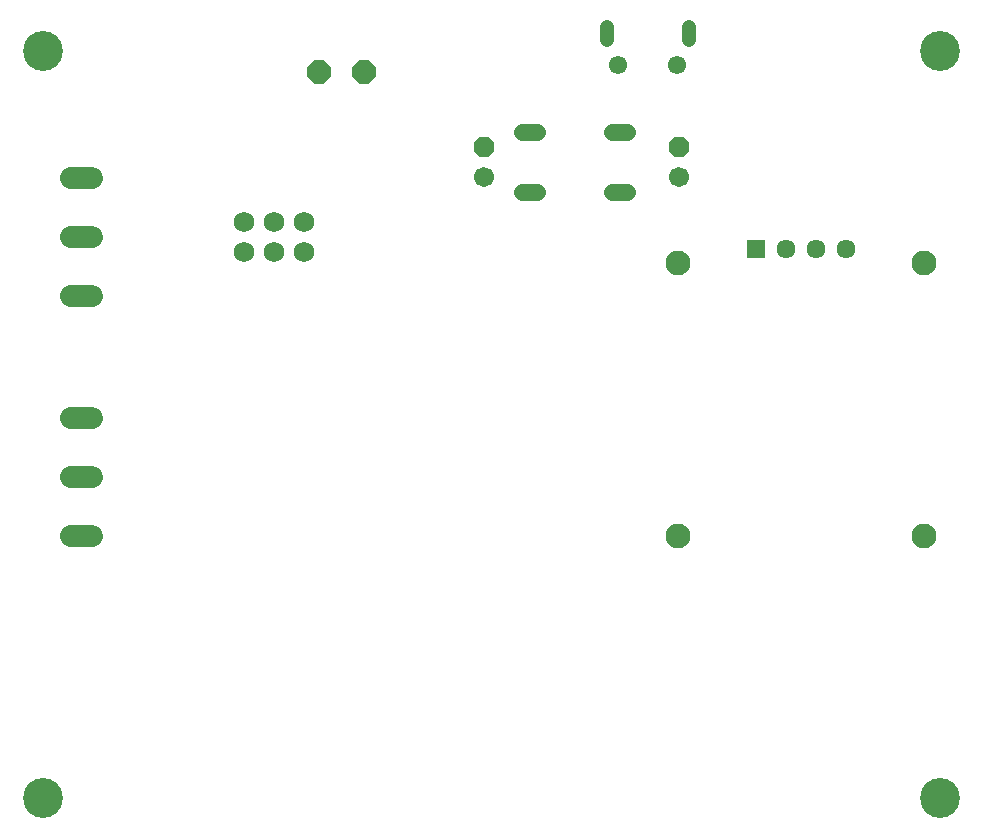
<source format=gbs>
G04 EAGLE Gerber RS-274X export*
G75*
%MOMM*%
%FSLAX34Y34*%
%LPD*%
%INSoldermask Bottom*%
%IPPOS*%
%AMOC8*
5,1,8,0,0,1.08239X$1,22.5*%
G01*
%ADD10C,3.378200*%
%ADD11P,1.842011X8X112.500000*%
%ADD12C,1.701800*%
%ADD13C,1.422400*%
%ADD14C,1.727200*%
%ADD15C,1.551600*%
%ADD16C,1.209600*%
%ADD17P,2.199416X8X22.500000*%
%ADD18C,1.901600*%
%ADD19R,1.609600X1.609600*%
%ADD20C,1.609600*%
%ADD21C,2.101600*%


D10*
X33020Y33020D03*
X792480Y33020D03*
X792480Y665480D03*
X33020Y665480D03*
D11*
X571500Y584200D03*
D12*
X571500Y558800D03*
D11*
X406400Y584200D03*
D12*
X406400Y558800D03*
D13*
X437896Y546100D02*
X451104Y546100D01*
X514096Y546100D02*
X527304Y546100D01*
X527304Y596900D02*
X514096Y596900D01*
X451104Y596900D02*
X437896Y596900D01*
D14*
X228600Y495300D03*
X228600Y520700D03*
X203200Y520700D03*
X203200Y495300D03*
X254000Y495300D03*
X254000Y520700D03*
D15*
X569830Y653410D03*
X519830Y653410D03*
D16*
X579830Y674870D02*
X579830Y685950D01*
X509830Y685950D02*
X509830Y674870D01*
D17*
X304800Y647700D03*
X266700Y647700D03*
D18*
X74000Y354800D02*
X56000Y354800D01*
X56000Y304800D02*
X74000Y304800D01*
X74000Y254800D02*
X56000Y254800D01*
X56000Y558000D02*
X74000Y558000D01*
X74000Y508000D02*
X56000Y508000D01*
X56000Y458000D02*
X74000Y458000D01*
D19*
X636270Y497840D03*
D20*
X661670Y497840D03*
X687070Y497840D03*
X712470Y497840D03*
D21*
X570230Y486410D03*
X778510Y486410D03*
X778510Y255270D03*
X570230Y255270D03*
M02*

</source>
